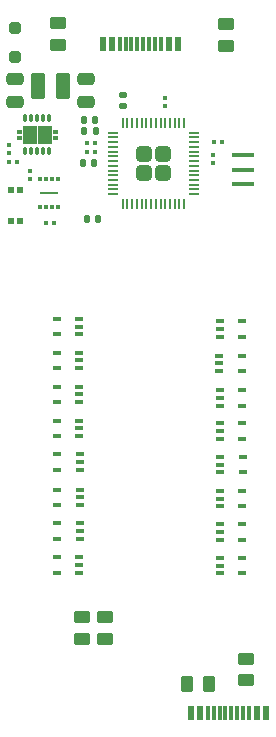
<source format=gbr>
%TF.GenerationSoftware,KiCad,Pcbnew,8.0.2*%
%TF.CreationDate,2024-05-20T21:07:15-07:00*%
%TF.ProjectId,snifferlyzer,736e6966-6665-4726-9c79-7a65722e6b69,rev?*%
%TF.SameCoordinates,Original*%
%TF.FileFunction,Paste,Top*%
%TF.FilePolarity,Positive*%
%FSLAX46Y46*%
G04 Gerber Fmt 4.6, Leading zero omitted, Abs format (unit mm)*
G04 Created by KiCad (PCBNEW 8.0.2) date 2024-05-20 21:07:15*
%MOMM*%
%LPD*%
G01*
G04 APERTURE LIST*
G04 Aperture macros list*
%AMRoundRect*
0 Rectangle with rounded corners*
0 $1 Rounding radius*
0 $2 $3 $4 $5 $6 $7 $8 $9 X,Y pos of 4 corners*
0 Add a 4 corners polygon primitive as box body*
4,1,4,$2,$3,$4,$5,$6,$7,$8,$9,$2,$3,0*
0 Add four circle primitives for the rounded corners*
1,1,$1+$1,$2,$3*
1,1,$1+$1,$4,$5*
1,1,$1+$1,$6,$7*
1,1,$1+$1,$8,$9*
0 Add four rect primitives between the rounded corners*
20,1,$1+$1,$2,$3,$4,$5,0*
20,1,$1+$1,$4,$5,$6,$7,0*
20,1,$1+$1,$6,$7,$8,$9,0*
20,1,$1+$1,$8,$9,$2,$3,0*%
G04 Aperture macros list end*
%ADD10C,0.010000*%
%ADD11RoundRect,0.100000X0.225000X0.100000X-0.225000X0.100000X-0.225000X-0.100000X0.225000X-0.100000X0*%
%ADD12RoundRect,0.100000X-0.225000X-0.100000X0.225000X-0.100000X0.225000X0.100000X-0.225000X0.100000X0*%
%ADD13R,0.500000X0.550000*%
%ADD14RoundRect,0.250000X-0.450000X0.262500X-0.450000X-0.262500X0.450000X-0.262500X0.450000X0.262500X0*%
%ADD15R,0.300000X0.400000*%
%ADD16R,1.600000X0.200000*%
%ADD17RoundRect,0.079500X0.100500X-0.079500X0.100500X0.079500X-0.100500X0.079500X-0.100500X-0.079500X0*%
%ADD18RoundRect,0.140000X-0.140000X-0.170000X0.140000X-0.170000X0.140000X0.170000X-0.140000X0.170000X0*%
%ADD19RoundRect,0.007200X-0.112800X0.292800X-0.112800X-0.292800X0.112800X-0.292800X0.112800X0.292800X0*%
%ADD20R,1.900000X0.400000*%
%ADD21RoundRect,0.140000X0.140000X0.170000X-0.140000X0.170000X-0.140000X-0.170000X0.140000X-0.170000X0*%
%ADD22RoundRect,0.079500X-0.079500X-0.100500X0.079500X-0.100500X0.079500X0.100500X-0.079500X0.100500X0*%
%ADD23RoundRect,0.250000X-0.375000X-0.850000X0.375000X-0.850000X0.375000X0.850000X-0.375000X0.850000X0*%
%ADD24RoundRect,0.079500X0.079500X0.100500X-0.079500X0.100500X-0.079500X-0.100500X0.079500X-0.100500X0*%
%ADD25RoundRect,0.249999X0.395001X-0.395001X0.395001X0.395001X-0.395001X0.395001X-0.395001X-0.395001X0*%
%ADD26RoundRect,0.050000X0.050000X-0.387500X0.050000X0.387500X-0.050000X0.387500X-0.050000X-0.387500X0*%
%ADD27RoundRect,0.050000X0.387500X-0.050000X0.387500X0.050000X-0.387500X0.050000X-0.387500X-0.050000X0*%
%ADD28RoundRect,0.250000X0.475000X-0.250000X0.475000X0.250000X-0.475000X0.250000X-0.475000X-0.250000X0*%
%ADD29RoundRect,0.140000X-0.170000X0.140000X-0.170000X-0.140000X0.170000X-0.140000X0.170000X0.140000X0*%
%ADD30RoundRect,0.250000X0.450000X-0.262500X0.450000X0.262500X-0.450000X0.262500X-0.450000X-0.262500X0*%
%ADD31RoundRect,0.250000X-0.262500X-0.450000X0.262500X-0.450000X0.262500X0.450000X-0.262500X0.450000X0*%
%ADD32R,0.600000X1.150000*%
%ADD33R,0.300000X1.150000*%
%ADD34RoundRect,0.079500X-0.100500X0.079500X-0.100500X-0.079500X0.100500X-0.079500X0.100500X0.079500X0*%
%ADD35RoundRect,0.250000X-0.475000X0.250000X-0.475000X-0.250000X0.475000X-0.250000X0.475000X0.250000X0*%
%ADD36RoundRect,0.250000X0.250000X-0.250000X0.250000X0.250000X-0.250000X0.250000X-0.250000X-0.250000X0*%
G04 APERTURE END LIST*
D10*
%TO.C,U1*%
X191772200Y-103433800D02*
X191432200Y-103433800D01*
X191432200Y-103183800D01*
X191772200Y-103183800D01*
X191772200Y-103433800D01*
G36*
X191772200Y-103433800D02*
G01*
X191432200Y-103433800D01*
X191432200Y-103183800D01*
X191772200Y-103183800D01*
X191772200Y-103433800D01*
G37*
X191772200Y-103933800D02*
X191432200Y-103933800D01*
X191432200Y-103683800D01*
X191772200Y-103683800D01*
X191772200Y-103933800D01*
G36*
X191772200Y-103933800D02*
G01*
X191432200Y-103933800D01*
X191432200Y-103683800D01*
X191772200Y-103683800D01*
X191772200Y-103933800D01*
G37*
X193032200Y-104308800D02*
X191972200Y-104308800D01*
X191972200Y-102808800D01*
X193032200Y-102808800D01*
X193032200Y-104308800D01*
G36*
X193032200Y-104308800D02*
G01*
X191972200Y-104308800D01*
X191972200Y-102808800D01*
X193032200Y-102808800D01*
X193032200Y-104308800D01*
G37*
X194292200Y-104308800D02*
X193232200Y-104308800D01*
X193232200Y-102808800D01*
X194292200Y-102808800D01*
X194292200Y-104308800D01*
G36*
X194292200Y-104308800D02*
G01*
X193232200Y-104308800D01*
X193232200Y-102808800D01*
X194292200Y-102808800D01*
X194292200Y-104308800D01*
G37*
X194832200Y-103433800D02*
X194492200Y-103433800D01*
X194492200Y-103183800D01*
X194832200Y-103183800D01*
X194832200Y-103433800D01*
G36*
X194832200Y-103433800D02*
G01*
X194492200Y-103433800D01*
X194492200Y-103183800D01*
X194832200Y-103183800D01*
X194832200Y-103433800D01*
G37*
X194832200Y-103933800D02*
X194492200Y-103933800D01*
X194492200Y-103683800D01*
X194832200Y-103683800D01*
X194832200Y-103933800D01*
G36*
X194832200Y-103933800D02*
G01*
X194492200Y-103933800D01*
X194492200Y-103683800D01*
X194832200Y-103683800D01*
X194832200Y-103933800D01*
G37*
%TD*%
D11*
%TO.C,U19*%
X196707800Y-129087400D03*
X196707800Y-128437400D03*
X196707800Y-127787400D03*
X194807800Y-127787400D03*
X194807800Y-129087400D03*
%TD*%
%TO.C,U4*%
X196733200Y-140668100D03*
X196733200Y-140018100D03*
X196733200Y-139368100D03*
X194833200Y-139368100D03*
X194833200Y-140668100D03*
%TD*%
D12*
%TO.C,U7*%
X208635600Y-136557900D03*
X208635600Y-137207900D03*
X208635600Y-137857900D03*
X210535600Y-137857900D03*
X210535600Y-136557900D03*
%TD*%
%TO.C,U16*%
X208635600Y-125217400D03*
X208635600Y-125867400D03*
X208635600Y-126517400D03*
X210535600Y-126517400D03*
X210535600Y-125217400D03*
%TD*%
D13*
%TO.C,SW1*%
X191738200Y-108225200D03*
X190938200Y-108225200D03*
X191738200Y-110875200D03*
X190938200Y-110875200D03*
%TD*%
D14*
%TO.C,R7*%
X198932800Y-144426300D03*
X198932800Y-146251300D03*
%TD*%
D15*
%TO.C,U3*%
X193411600Y-109740400D03*
X193911600Y-109740400D03*
X194411600Y-109740400D03*
X194911600Y-109740400D03*
X194911600Y-107340400D03*
X194411600Y-107340400D03*
X193911600Y-107340400D03*
X193411600Y-107340400D03*
D16*
X194161600Y-108540400D03*
%TD*%
D12*
%TO.C,U14*%
X208588600Y-122300940D03*
X208588600Y-122950940D03*
X208588600Y-123600940D03*
X210488600Y-123600940D03*
X210488600Y-122300940D03*
%TD*%
D11*
%TO.C,U6*%
X196743400Y-137795000D03*
X196743400Y-137145000D03*
X196743400Y-136495000D03*
X194843400Y-136495000D03*
X194843400Y-137795000D03*
%TD*%
D17*
%TO.C,C11*%
X192532000Y-107355200D03*
X192532000Y-106665200D03*
%TD*%
D18*
%TO.C,C10*%
X197360600Y-110744000D03*
X198320600Y-110744000D03*
%TD*%
D19*
%TO.C,U1*%
X194132200Y-102158800D03*
X193632200Y-102158800D03*
X193132200Y-102158800D03*
X192632200Y-102158800D03*
X192132200Y-102158800D03*
X192132200Y-104958800D03*
X192632200Y-104958800D03*
X193132200Y-104958800D03*
X193632200Y-104958800D03*
X194132200Y-104958800D03*
%TD*%
D20*
%TO.C,Y1*%
X210540600Y-107736100D03*
X210540600Y-106536100D03*
X210540600Y-105336100D03*
%TD*%
D11*
%TO.C,U15*%
X196698370Y-123342430D03*
X196698370Y-122692430D03*
X196698370Y-122042430D03*
X194798370Y-122042430D03*
X194798370Y-123342430D03*
%TD*%
D14*
%TO.C,R9*%
X210845400Y-147956900D03*
X210845400Y-149781900D03*
%TD*%
D21*
%TO.C,C7*%
X197990400Y-105943400D03*
X197030400Y-105943400D03*
%TD*%
D22*
%TO.C,R5*%
X197355400Y-104292400D03*
X198045400Y-104292400D03*
%TD*%
D14*
%TO.C,R8*%
X196951600Y-144428200D03*
X196951600Y-146253200D03*
%TD*%
D11*
%TO.C,U17*%
X196707800Y-126215500D03*
X196707800Y-125565500D03*
X196707800Y-124915500D03*
X194807800Y-124915500D03*
X194807800Y-126215500D03*
%TD*%
D21*
%TO.C,C8*%
X198079800Y-102302700D03*
X197119800Y-102302700D03*
%TD*%
D23*
%TO.C,L1*%
X193209600Y-99466400D03*
X195359600Y-99466400D03*
%TD*%
D24*
%TO.C,R6*%
X194604200Y-111074200D03*
X193914200Y-111074200D03*
%TD*%
D11*
%TO.C,U10*%
X196743400Y-131957600D03*
X196743400Y-131307600D03*
X196743400Y-130657600D03*
X194843400Y-130657600D03*
X194843400Y-131957600D03*
%TD*%
%TO.C,U8*%
X196743400Y-134924800D03*
X196743400Y-134274800D03*
X196743400Y-133624800D03*
X194843400Y-133624800D03*
X194843400Y-134924800D03*
%TD*%
D12*
%TO.C,U9*%
X208620400Y-133736800D03*
X208620400Y-134386800D03*
X208620400Y-135036800D03*
X210520400Y-135036800D03*
X210520400Y-133736800D03*
%TD*%
D18*
%TO.C,C5*%
X197132000Y-103301800D03*
X198092000Y-103301800D03*
%TD*%
D25*
%TO.C,U2*%
X202196800Y-106819600D03*
X203796800Y-106819600D03*
X202196800Y-105219600D03*
X203796800Y-105219600D03*
D26*
X200396800Y-109457100D03*
X200796800Y-109457100D03*
X201196800Y-109457100D03*
X201596800Y-109457100D03*
X201996800Y-109457100D03*
X202396800Y-109457100D03*
X202796800Y-109457100D03*
X203196800Y-109457100D03*
X203596800Y-109457100D03*
X203996800Y-109457100D03*
X204396800Y-109457100D03*
X204796800Y-109457100D03*
X205196800Y-109457100D03*
X205596800Y-109457100D03*
D27*
X206434300Y-108619600D03*
X206434300Y-108219600D03*
X206434300Y-107819600D03*
X206434300Y-107419600D03*
X206434300Y-107019600D03*
X206434300Y-106619600D03*
X206434300Y-106219600D03*
X206434300Y-105819600D03*
X206434300Y-105419600D03*
X206434300Y-105019600D03*
X206434300Y-104619600D03*
X206434300Y-104219600D03*
X206434300Y-103819600D03*
X206434300Y-103419600D03*
D26*
X205596800Y-102582100D03*
X205196800Y-102582100D03*
X204796800Y-102582100D03*
X204396800Y-102582100D03*
X203996800Y-102582100D03*
X203596800Y-102582100D03*
X203196800Y-102582100D03*
X202796800Y-102582100D03*
X202396800Y-102582100D03*
X201996800Y-102582100D03*
X201596800Y-102582100D03*
X201196800Y-102582100D03*
X200796800Y-102582100D03*
X200396800Y-102582100D03*
D27*
X199559300Y-103419600D03*
X199559300Y-103819600D03*
X199559300Y-104219600D03*
X199559300Y-104619600D03*
X199559300Y-105019600D03*
X199559300Y-105419600D03*
X199559300Y-105819600D03*
X199559300Y-106219600D03*
X199559300Y-106619600D03*
X199559300Y-107019600D03*
X199559300Y-107419600D03*
X199559300Y-107819600D03*
X199559300Y-108219600D03*
X199559300Y-108619600D03*
%TD*%
D28*
%TO.C,C4*%
X197307200Y-100772000D03*
X197307200Y-98872000D03*
%TD*%
D12*
%TO.C,U5*%
X208625400Y-139431000D03*
X208625400Y-140081000D03*
X208625400Y-140731000D03*
X210525400Y-140731000D03*
X210525400Y-139431000D03*
%TD*%
D29*
%TO.C,C9*%
X200390200Y-100188700D03*
X200390200Y-101148700D03*
%TD*%
D30*
%TO.C,R11*%
X194925200Y-95955700D03*
X194925200Y-94130700D03*
%TD*%
D12*
%TO.C,U11*%
X208661000Y-130868300D03*
X208661000Y-131518300D03*
X208661000Y-132168300D03*
X210561000Y-132168300D03*
X210561000Y-130868300D03*
%TD*%
D31*
%TO.C,R10*%
X205845400Y-150088600D03*
X207670400Y-150088600D03*
%TD*%
D32*
%TO.C,J2*%
X205084800Y-95944000D03*
X204284800Y-95944000D03*
D33*
X203134800Y-95944000D03*
X202134800Y-95944000D03*
X201634800Y-95944000D03*
X200634800Y-95944000D03*
D32*
X198684800Y-95944000D03*
X199484800Y-95944000D03*
D33*
X200134800Y-95944000D03*
X201134800Y-95944000D03*
X202634800Y-95944000D03*
X203634800Y-95944000D03*
%TD*%
D12*
%TO.C,U18*%
X208625000Y-128032340D03*
X208625000Y-128682340D03*
X208625000Y-129332340D03*
X210525000Y-129332340D03*
X210525000Y-128032340D03*
%TD*%
D34*
%TO.C,R2*%
X208035600Y-105302100D03*
X208035600Y-105992100D03*
%TD*%
D35*
%TO.C,C2*%
X191287400Y-98872000D03*
X191287400Y-100772000D03*
%TD*%
D22*
%TO.C,R4*%
X197355400Y-105054400D03*
X198045400Y-105054400D03*
%TD*%
D24*
%TO.C,R3*%
X208812400Y-104224700D03*
X208122400Y-104224700D03*
%TD*%
D11*
%TO.C,U13*%
X196707800Y-120475100D03*
X196707800Y-119825100D03*
X196707800Y-119175100D03*
X194807800Y-119175100D03*
X194807800Y-120475100D03*
%TD*%
D14*
%TO.C,R12*%
X209123800Y-94206900D03*
X209123800Y-96031900D03*
%TD*%
D12*
%TO.C,U12*%
X208595000Y-119385800D03*
X208595000Y-120035800D03*
X208595000Y-120685800D03*
X210495000Y-120685800D03*
X210495000Y-119385800D03*
%TD*%
D34*
%TO.C,R1*%
X190754000Y-104455400D03*
X190754000Y-105145400D03*
%TD*%
D32*
%TO.C,J3*%
X206146800Y-152515200D03*
X206946800Y-152515200D03*
D33*
X208096800Y-152515200D03*
X209096800Y-152515200D03*
X209596800Y-152515200D03*
X210596800Y-152515200D03*
D32*
X212546800Y-152515200D03*
X211746800Y-152515200D03*
D33*
X211096800Y-152515200D03*
X210096800Y-152515200D03*
X208596800Y-152515200D03*
X207596800Y-152515200D03*
%TD*%
D36*
%TO.C,D2*%
X191236600Y-97033400D03*
X191236600Y-94533400D03*
%TD*%
D17*
%TO.C,C6*%
X203997000Y-101140700D03*
X203997000Y-100450700D03*
%TD*%
D24*
%TO.C,C3*%
X191454600Y-105918000D03*
X190764600Y-105918000D03*
%TD*%
M02*

</source>
